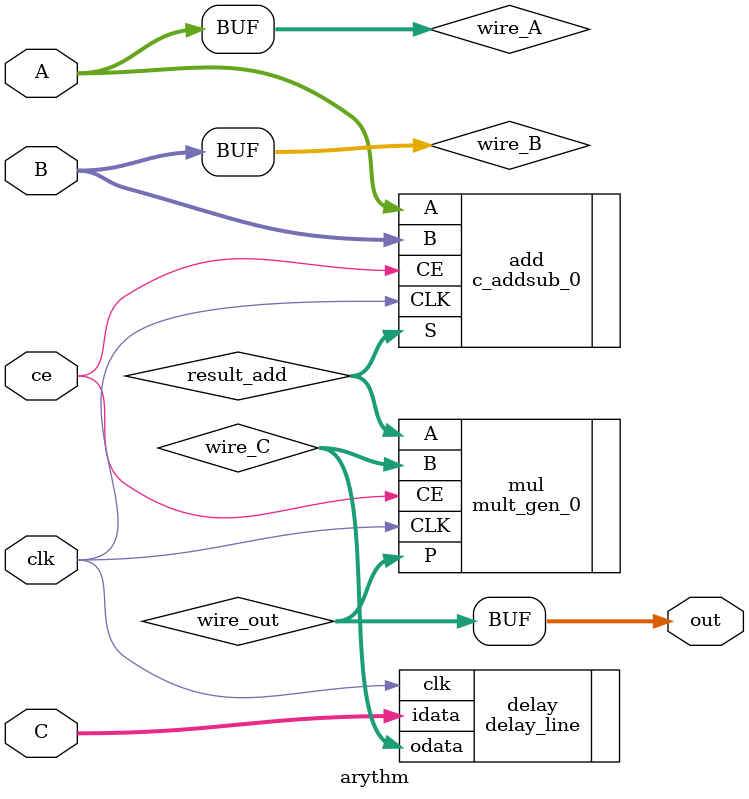
<source format=v>
`timescale 1ns / 1ps


module arythm(
    input clk,
    input ce,
    input [11:0] A,
    input [11:0] B,
    input [11:0] C,
    output [24:0] out
    );
    
wire signed [11:0] wire_A;
wire signed [11:0] wire_B;
wire signed [11:0] wire_C;
wire signed [12:0] result_add;
wire signed [24:0] wire_out;
    
    
c_addsub_0 add ( //latency = 2
    .A(wire_A),
    .B(wire_B),
    .CLK(clk),
    .CE(ce),
    .S(result_add));
    
delay_line #(
    .N(12),
    .DELAY(2)
) delay (
    .idata(C),
    .clk(clk),
    .odata(wire_C)
);

mult_gen_0 mul (
    .CLK(clk),
    .A(result_add),
    .B(wire_C),
    .CE(ce),
    .P(wire_out));
    
assign wire_A = A;
assign wire_B = B;
assign out = wire_out;

endmodule

</source>
